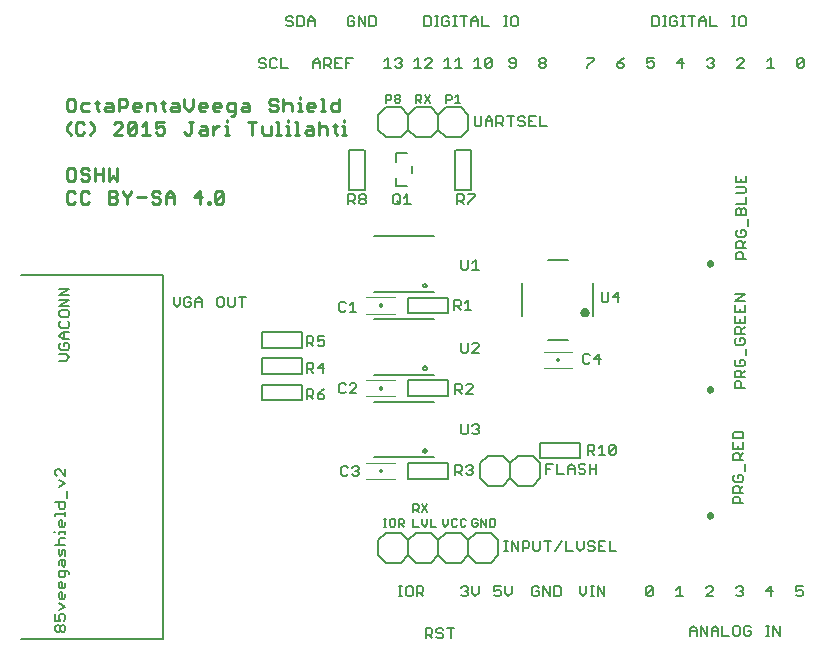
<source format=gto>
G75*
%MOIN*%
%OFA0B0*%
%FSLAX24Y24*%
%IPPOS*%
%LPD*%
%AMOC8*
5,1,8,0,0,1.08239X$1,22.5*
%
%ADD10C,0.0060*%
%ADD11C,0.0100*%
%ADD12C,0.0080*%
%ADD13C,0.0050*%
%ADD14C,0.0120*%
%ADD15C,0.0040*%
D10*
X005368Y000845D02*
X005313Y000901D01*
X005313Y001012D01*
X005368Y001068D01*
X005424Y001068D01*
X005480Y001012D01*
X005480Y000901D01*
X005424Y000845D01*
X005368Y000845D01*
X005480Y000901D02*
X005535Y000845D01*
X005591Y000845D01*
X005647Y000901D01*
X005647Y001012D01*
X005591Y001068D01*
X005535Y001068D01*
X005480Y001012D01*
X005480Y001207D02*
X005424Y001319D01*
X005424Y001374D01*
X005480Y001430D01*
X005591Y001430D01*
X005647Y001374D01*
X005647Y001263D01*
X005591Y001207D01*
X005480Y001207D02*
X005313Y001207D01*
X005313Y001430D01*
X005424Y001570D02*
X005647Y001681D01*
X005424Y001793D01*
X005480Y001933D02*
X005424Y001988D01*
X005424Y002099D01*
X005480Y002155D01*
X005535Y002155D01*
X005535Y001933D01*
X005480Y001933D02*
X005591Y001933D01*
X005647Y001988D01*
X005647Y002099D01*
X005591Y002295D02*
X005480Y002295D01*
X005424Y002351D01*
X005424Y002462D01*
X005480Y002518D01*
X005535Y002518D01*
X005535Y002295D01*
X005591Y002295D02*
X005647Y002351D01*
X005647Y002462D01*
X005591Y002658D02*
X005480Y002658D01*
X005424Y002713D01*
X005424Y002880D01*
X005702Y002880D01*
X005758Y002825D01*
X005758Y002769D01*
X005647Y002713D02*
X005647Y002880D01*
X005591Y003020D02*
X005535Y003076D01*
X005535Y003243D01*
X005480Y003243D02*
X005647Y003243D01*
X005647Y003076D01*
X005591Y003020D01*
X005424Y003076D02*
X005424Y003187D01*
X005480Y003243D01*
X005480Y003383D02*
X005424Y003438D01*
X005424Y003605D01*
X005535Y003550D02*
X005535Y003438D01*
X005480Y003383D01*
X005647Y003383D02*
X005647Y003550D01*
X005591Y003605D01*
X005535Y003550D01*
X005480Y003745D02*
X005424Y003801D01*
X005424Y003912D01*
X005480Y003968D01*
X005647Y003968D01*
X005647Y004108D02*
X005647Y004219D01*
X005647Y004163D02*
X005424Y004163D01*
X005424Y004108D01*
X005313Y004163D02*
X005257Y004163D01*
X005480Y004349D02*
X005424Y004405D01*
X005424Y004516D01*
X005480Y004572D01*
X005535Y004572D01*
X005535Y004349D01*
X005480Y004349D02*
X005591Y004349D01*
X005647Y004405D01*
X005647Y004516D01*
X005647Y004712D02*
X005647Y004823D01*
X005647Y004767D02*
X005313Y004767D01*
X005313Y004712D01*
X005480Y004953D02*
X005424Y005009D01*
X005424Y005176D01*
X005313Y005176D02*
X005647Y005176D01*
X005647Y005009D01*
X005591Y004953D01*
X005480Y004953D01*
X005702Y005316D02*
X005702Y005539D01*
X005647Y005790D02*
X005424Y005678D01*
X005424Y005901D02*
X005647Y005790D01*
X005647Y006041D02*
X005424Y006264D01*
X005368Y006264D01*
X005313Y006208D01*
X005313Y006097D01*
X005368Y006041D01*
X005647Y006041D02*
X005647Y006264D01*
X005647Y003745D02*
X005313Y003745D01*
X005647Y002713D02*
X005591Y002658D01*
X013692Y008595D02*
X013692Y008929D01*
X013859Y008929D01*
X013914Y008873D01*
X013914Y008762D01*
X013859Y008706D01*
X013692Y008706D01*
X013803Y008706D02*
X013914Y008595D01*
X014054Y008651D02*
X014110Y008595D01*
X014221Y008595D01*
X014277Y008651D01*
X014277Y008706D01*
X014221Y008762D01*
X014054Y008762D01*
X014054Y008651D01*
X014054Y008762D02*
X014165Y008873D01*
X014277Y008929D01*
X014761Y008850D02*
X014817Y008794D01*
X014928Y008794D01*
X014984Y008850D01*
X015124Y008794D02*
X015346Y009017D01*
X015346Y009072D01*
X015291Y009128D01*
X015179Y009128D01*
X015124Y009072D01*
X014984Y009072D02*
X014928Y009128D01*
X014817Y009128D01*
X014761Y009072D01*
X014761Y008850D01*
X015124Y008794D02*
X015346Y008794D01*
X015937Y008517D02*
X017946Y008517D01*
X018633Y008784D02*
X018633Y009118D01*
X018800Y009118D01*
X018855Y009062D01*
X018855Y008951D01*
X018800Y008895D01*
X018633Y008895D01*
X018744Y008895D02*
X018855Y008784D01*
X018995Y008784D02*
X019218Y009007D01*
X019218Y009062D01*
X019162Y009118D01*
X019051Y009118D01*
X018995Y009062D01*
X018995Y008784D02*
X019218Y008784D01*
X017946Y009413D02*
X015937Y009413D01*
X014277Y009644D02*
X014054Y009644D01*
X014221Y009811D01*
X014221Y009477D01*
X013914Y009477D02*
X013803Y009588D01*
X013859Y009588D02*
X013692Y009588D01*
X013692Y009477D02*
X013692Y009811D01*
X013859Y009811D01*
X013914Y009755D01*
X013914Y009644D01*
X013859Y009588D01*
X013914Y010359D02*
X013803Y010470D01*
X013859Y010470D02*
X013692Y010470D01*
X013692Y010359D02*
X013692Y010693D01*
X013859Y010693D01*
X013914Y010637D01*
X013914Y010526D01*
X013859Y010470D01*
X014054Y010414D02*
X014110Y010359D01*
X014221Y010359D01*
X014277Y010414D01*
X014277Y010526D01*
X014221Y010581D01*
X014165Y010581D01*
X014054Y010526D01*
X014054Y010693D01*
X014277Y010693D01*
X014817Y011510D02*
X014928Y011510D01*
X014984Y011566D01*
X015124Y011510D02*
X015346Y011510D01*
X015235Y011510D02*
X015235Y011844D01*
X015124Y011733D01*
X014984Y011789D02*
X014928Y011844D01*
X014817Y011844D01*
X014761Y011789D01*
X014761Y011566D01*
X014817Y011510D01*
X015937Y011272D02*
X017946Y011272D01*
X018593Y011579D02*
X018593Y011913D01*
X018760Y011913D01*
X018816Y011858D01*
X018816Y011746D01*
X018760Y011691D01*
X018593Y011691D01*
X018705Y011691D02*
X018816Y011579D01*
X018956Y011579D02*
X019178Y011579D01*
X019067Y011579D02*
X019067Y011913D01*
X018956Y011802D01*
X017946Y012169D02*
X015937Y012169D01*
X015937Y014028D02*
X017946Y014028D01*
X018841Y013238D02*
X018841Y012960D01*
X018897Y012904D01*
X019008Y012904D01*
X019064Y012960D01*
X019064Y013238D01*
X019204Y013127D02*
X019315Y013238D01*
X019315Y012904D01*
X019204Y012904D02*
X019426Y012904D01*
X019061Y015097D02*
X019061Y015153D01*
X019284Y015375D01*
X019284Y015431D01*
X019061Y015431D01*
X018921Y015375D02*
X018866Y015431D01*
X018699Y015431D01*
X018699Y015097D01*
X018699Y015208D02*
X018866Y015208D01*
X018921Y015264D01*
X018921Y015375D01*
X018810Y015208D02*
X018921Y015097D01*
X017158Y015097D02*
X016935Y015097D01*
X017047Y015097D02*
X017047Y015431D01*
X016935Y015320D01*
X016795Y015375D02*
X016795Y015153D01*
X016740Y015097D01*
X016628Y015097D01*
X016573Y015153D01*
X016573Y015375D01*
X016628Y015431D01*
X016740Y015431D01*
X016795Y015375D01*
X016684Y015208D02*
X016795Y015097D01*
X015662Y015153D02*
X015606Y015097D01*
X015495Y015097D01*
X015439Y015153D01*
X015439Y015208D01*
X015495Y015264D01*
X015606Y015264D01*
X015662Y015208D01*
X015662Y015153D01*
X015606Y015264D02*
X015662Y015320D01*
X015662Y015375D01*
X015606Y015431D01*
X015495Y015431D01*
X015439Y015375D01*
X015439Y015320D01*
X015495Y015264D01*
X015299Y015264D02*
X015244Y015208D01*
X015077Y015208D01*
X015188Y015208D02*
X015299Y015097D01*
X015299Y015264D02*
X015299Y015375D01*
X015244Y015431D01*
X015077Y015431D01*
X015077Y015097D01*
X016316Y017323D02*
X016816Y017323D01*
X017066Y017573D01*
X017316Y017323D01*
X017816Y017323D01*
X018066Y017573D01*
X018316Y017323D01*
X018816Y017323D01*
X019066Y017573D01*
X019066Y018073D01*
X018816Y018323D01*
X018316Y018323D01*
X018066Y018073D01*
X018066Y017573D01*
X018066Y018073D02*
X017816Y018323D01*
X017316Y018323D01*
X017066Y018073D01*
X017066Y017573D01*
X017066Y018073D02*
X016816Y018323D01*
X016316Y018323D01*
X016066Y018073D01*
X016066Y017573D01*
X016316Y017323D01*
X016337Y018483D02*
X016337Y018743D01*
X016467Y018743D01*
X016510Y018700D01*
X016510Y018613D01*
X016467Y018569D01*
X016337Y018569D01*
X016631Y018569D02*
X016675Y018613D01*
X016761Y018613D01*
X016805Y018569D01*
X016805Y018526D01*
X016761Y018483D01*
X016675Y018483D01*
X016631Y018526D01*
X016631Y018569D01*
X016675Y018613D02*
X016631Y018656D01*
X016631Y018700D01*
X016675Y018743D01*
X016761Y018743D01*
X016805Y018700D01*
X016805Y018656D01*
X016761Y018613D01*
X017321Y018569D02*
X017451Y018569D01*
X017494Y018613D01*
X017494Y018700D01*
X017451Y018743D01*
X017321Y018743D01*
X017321Y018483D01*
X017408Y018569D02*
X017494Y018483D01*
X017615Y018483D02*
X017789Y018743D01*
X017615Y018743D02*
X017789Y018483D01*
X018344Y018483D02*
X018344Y018743D01*
X018475Y018743D01*
X018518Y018700D01*
X018518Y018613D01*
X018475Y018569D01*
X018344Y018569D01*
X018639Y018483D02*
X018813Y018483D01*
X018726Y018483D02*
X018726Y018743D01*
X018639Y018656D01*
X019289Y018029D02*
X019289Y017751D01*
X019345Y017695D01*
X019456Y017695D01*
X019512Y017751D01*
X019512Y018029D01*
X019652Y017918D02*
X019763Y018029D01*
X019874Y017918D01*
X019874Y017695D01*
X020014Y017695D02*
X020014Y018029D01*
X020181Y018029D01*
X020237Y017974D01*
X020237Y017862D01*
X020181Y017807D01*
X020014Y017807D01*
X020126Y017807D02*
X020237Y017695D01*
X020488Y017695D02*
X020488Y018029D01*
X020377Y018029D02*
X020599Y018029D01*
X020739Y017974D02*
X020739Y017918D01*
X020795Y017862D01*
X020906Y017862D01*
X020962Y017807D01*
X020962Y017751D01*
X020906Y017695D01*
X020795Y017695D01*
X020739Y017751D01*
X020739Y017974D02*
X020795Y018029D01*
X020906Y018029D01*
X020962Y017974D01*
X021102Y018029D02*
X021102Y017695D01*
X021325Y017695D01*
X021464Y017695D02*
X021687Y017695D01*
X021464Y017695D02*
X021464Y018029D01*
X021325Y018029D02*
X021102Y018029D01*
X021102Y017862D02*
X021213Y017862D01*
X019874Y017862D02*
X019652Y017862D01*
X019652Y017918D02*
X019652Y017695D01*
X019699Y019636D02*
X019643Y019692D01*
X019866Y019915D01*
X019866Y019692D01*
X019810Y019636D01*
X019699Y019636D01*
X019643Y019692D02*
X019643Y019915D01*
X019699Y019970D01*
X019810Y019970D01*
X019866Y019915D01*
X019503Y019636D02*
X019280Y019636D01*
X019392Y019636D02*
X019392Y019970D01*
X019280Y019859D01*
X018866Y019636D02*
X018643Y019636D01*
X018754Y019636D02*
X018754Y019970D01*
X018643Y019859D01*
X018503Y019636D02*
X018280Y019636D01*
X018392Y019636D02*
X018392Y019970D01*
X018280Y019859D01*
X017866Y019859D02*
X017866Y019915D01*
X017810Y019970D01*
X017699Y019970D01*
X017643Y019915D01*
X017866Y019859D02*
X017643Y019636D01*
X017866Y019636D01*
X017503Y019636D02*
X017280Y019636D01*
X017392Y019636D02*
X017392Y019970D01*
X017280Y019859D01*
X016866Y019859D02*
X016810Y019803D01*
X016866Y019748D01*
X016866Y019692D01*
X016810Y019636D01*
X016699Y019636D01*
X016643Y019692D01*
X016503Y019636D02*
X016280Y019636D01*
X016392Y019636D02*
X016392Y019970D01*
X016280Y019859D01*
X016643Y019915D02*
X016699Y019970D01*
X016810Y019970D01*
X016866Y019915D01*
X016866Y019859D01*
X016810Y019803D02*
X016754Y019803D01*
X015216Y019964D02*
X014993Y019964D01*
X014993Y019630D01*
X014853Y019630D02*
X014630Y019630D01*
X014630Y019964D01*
X014853Y019964D01*
X014742Y019797D02*
X014630Y019797D01*
X014491Y019797D02*
X014435Y019741D01*
X014268Y019741D01*
X014268Y019630D02*
X014268Y019964D01*
X014435Y019964D01*
X014491Y019908D01*
X014491Y019797D01*
X014379Y019741D02*
X014491Y019630D01*
X014128Y019630D02*
X014128Y019853D01*
X014017Y019964D01*
X013905Y019853D01*
X013905Y019630D01*
X013905Y019797D02*
X014128Y019797D01*
X014993Y019797D02*
X015104Y019797D01*
X015111Y021030D02*
X015222Y021030D01*
X015278Y021086D01*
X015278Y021197D01*
X015167Y021197D01*
X015278Y021308D02*
X015222Y021364D01*
X015111Y021364D01*
X015055Y021308D01*
X015055Y021086D01*
X015111Y021030D01*
X015418Y021030D02*
X015418Y021364D01*
X015641Y021030D01*
X015641Y021364D01*
X015780Y021364D02*
X015947Y021364D01*
X016003Y021308D01*
X016003Y021086D01*
X015947Y021030D01*
X015780Y021030D01*
X015780Y021364D01*
X013953Y021253D02*
X013953Y021030D01*
X013953Y021197D02*
X013730Y021197D01*
X013730Y021253D02*
X013730Y021030D01*
X013591Y021086D02*
X013591Y021308D01*
X013535Y021364D01*
X013368Y021364D01*
X013368Y021030D01*
X013535Y021030D01*
X013591Y021086D01*
X013730Y021253D02*
X013842Y021364D01*
X013953Y021253D01*
X013228Y021308D02*
X013172Y021364D01*
X013061Y021364D01*
X013005Y021308D01*
X013005Y021253D01*
X013061Y021197D01*
X013172Y021197D01*
X013228Y021141D01*
X013228Y021086D01*
X013172Y021030D01*
X013061Y021030D01*
X013005Y021086D01*
X012830Y019964D02*
X012830Y019630D01*
X013053Y019630D01*
X012691Y019686D02*
X012635Y019630D01*
X012524Y019630D01*
X012468Y019686D01*
X012468Y019908D01*
X012524Y019964D01*
X012635Y019964D01*
X012691Y019908D01*
X012328Y019908D02*
X012272Y019964D01*
X012161Y019964D01*
X012105Y019908D01*
X012105Y019853D01*
X012161Y019797D01*
X012272Y019797D01*
X012328Y019741D01*
X012328Y019686D01*
X012272Y019630D01*
X012161Y019630D01*
X012105Y019686D01*
X017605Y021030D02*
X017772Y021030D01*
X017828Y021086D01*
X017828Y021308D01*
X017772Y021364D01*
X017605Y021364D01*
X017605Y021030D01*
X017968Y021030D02*
X018079Y021030D01*
X018024Y021030D02*
X018024Y021364D01*
X018079Y021364D02*
X017968Y021364D01*
X018210Y021308D02*
X018210Y021086D01*
X018265Y021030D01*
X018377Y021030D01*
X018432Y021086D01*
X018432Y021197D01*
X018321Y021197D01*
X018432Y021308D02*
X018377Y021364D01*
X018265Y021364D01*
X018210Y021308D01*
X018572Y021364D02*
X018683Y021364D01*
X018628Y021364D02*
X018628Y021030D01*
X018683Y021030D02*
X018572Y021030D01*
X018925Y021030D02*
X018925Y021364D01*
X018814Y021364D02*
X019036Y021364D01*
X019176Y021253D02*
X019288Y021364D01*
X019399Y021253D01*
X019399Y021030D01*
X019539Y021030D02*
X019761Y021030D01*
X019539Y021030D02*
X019539Y021364D01*
X019399Y021197D02*
X019176Y021197D01*
X019176Y021253D02*
X019176Y021030D01*
X020264Y021030D02*
X020375Y021030D01*
X020320Y021030D02*
X020320Y021364D01*
X020375Y021364D02*
X020264Y021364D01*
X020506Y021308D02*
X020506Y021086D01*
X020561Y021030D01*
X020673Y021030D01*
X020728Y021086D01*
X020728Y021308D01*
X020673Y021364D01*
X020561Y021364D01*
X020506Y021308D01*
X020499Y019970D02*
X020443Y019915D01*
X020443Y019859D01*
X020499Y019803D01*
X020666Y019803D01*
X020666Y019692D02*
X020666Y019915D01*
X020610Y019970D01*
X020499Y019970D01*
X020443Y019692D02*
X020499Y019636D01*
X020610Y019636D01*
X020666Y019692D01*
X021443Y019692D02*
X021443Y019748D01*
X021499Y019803D01*
X021610Y019803D01*
X021666Y019748D01*
X021666Y019692D01*
X021610Y019636D01*
X021499Y019636D01*
X021443Y019692D01*
X021499Y019803D02*
X021443Y019859D01*
X021443Y019915D01*
X021499Y019970D01*
X021610Y019970D01*
X021666Y019915D01*
X021666Y019859D01*
X021610Y019803D01*
X023043Y019692D02*
X023043Y019636D01*
X023043Y019692D02*
X023266Y019915D01*
X023266Y019970D01*
X023043Y019970D01*
X024043Y019803D02*
X024043Y019692D01*
X024099Y019636D01*
X024210Y019636D01*
X024266Y019692D01*
X024266Y019748D01*
X024210Y019803D01*
X024043Y019803D01*
X024154Y019915D01*
X024266Y019970D01*
X025043Y019970D02*
X025043Y019803D01*
X025154Y019859D01*
X025210Y019859D01*
X025266Y019803D01*
X025266Y019692D01*
X025210Y019636D01*
X025099Y019636D01*
X025043Y019692D01*
X025043Y019970D02*
X025266Y019970D01*
X026043Y019803D02*
X026266Y019803D01*
X026210Y019636D02*
X026210Y019970D01*
X026043Y019803D01*
X027043Y019692D02*
X027099Y019636D01*
X027210Y019636D01*
X027266Y019692D01*
X027266Y019748D01*
X027210Y019803D01*
X027154Y019803D01*
X027210Y019803D02*
X027266Y019859D01*
X027266Y019915D01*
X027210Y019970D01*
X027099Y019970D01*
X027043Y019915D01*
X028043Y019915D02*
X028099Y019970D01*
X028210Y019970D01*
X028266Y019915D01*
X028266Y019859D01*
X028043Y019636D01*
X028266Y019636D01*
X029043Y019636D02*
X029266Y019636D01*
X029154Y019636D02*
X029154Y019970D01*
X029043Y019859D01*
X030043Y019915D02*
X030043Y019692D01*
X030266Y019915D01*
X030266Y019692D01*
X030210Y019636D01*
X030099Y019636D01*
X030043Y019692D01*
X030043Y019915D02*
X030099Y019970D01*
X030210Y019970D01*
X030266Y019915D01*
X028328Y021086D02*
X028328Y021308D01*
X028273Y021364D01*
X028161Y021364D01*
X028106Y021308D01*
X028106Y021086D01*
X028161Y021030D01*
X028273Y021030D01*
X028328Y021086D01*
X027975Y021030D02*
X027864Y021030D01*
X027920Y021030D02*
X027920Y021364D01*
X027975Y021364D02*
X027864Y021364D01*
X027361Y021030D02*
X027139Y021030D01*
X027139Y021364D01*
X026999Y021253D02*
X026999Y021030D01*
X026999Y021197D02*
X026776Y021197D01*
X026776Y021253D02*
X026776Y021030D01*
X026525Y021030D02*
X026525Y021364D01*
X026414Y021364D02*
X026636Y021364D01*
X026776Y021253D02*
X026888Y021364D01*
X026999Y021253D01*
X026283Y021364D02*
X026172Y021364D01*
X026228Y021364D02*
X026228Y021030D01*
X026283Y021030D02*
X026172Y021030D01*
X026032Y021086D02*
X025977Y021030D01*
X025865Y021030D01*
X025810Y021086D01*
X025810Y021308D01*
X025865Y021364D01*
X025977Y021364D01*
X026032Y021308D01*
X026032Y021197D02*
X025921Y021197D01*
X026032Y021197D02*
X026032Y021086D01*
X025679Y021030D02*
X025568Y021030D01*
X025624Y021030D02*
X025624Y021364D01*
X025679Y021364D02*
X025568Y021364D01*
X025428Y021308D02*
X025428Y021086D01*
X025372Y021030D01*
X025205Y021030D01*
X025205Y021364D01*
X025372Y021364D01*
X025428Y021308D01*
X027992Y016048D02*
X027992Y015825D01*
X028326Y015825D01*
X028326Y016048D01*
X028159Y015936D02*
X028159Y015825D01*
X028270Y015685D02*
X027992Y015685D01*
X027992Y015463D02*
X028270Y015463D01*
X028326Y015518D01*
X028326Y015630D01*
X028270Y015685D01*
X028326Y015323D02*
X028326Y015100D01*
X027992Y015100D01*
X028048Y014960D02*
X028103Y014960D01*
X028159Y014905D01*
X028159Y014738D01*
X028159Y014905D02*
X028215Y014960D01*
X028270Y014960D01*
X028326Y014905D01*
X028326Y014738D01*
X027992Y014738D01*
X027992Y014905D01*
X028048Y014960D01*
X028382Y014598D02*
X028382Y014375D01*
X028270Y014235D02*
X028159Y014235D01*
X028159Y014124D01*
X028048Y014235D02*
X027992Y014180D01*
X027992Y014068D01*
X028048Y014013D01*
X028270Y014013D01*
X028326Y014068D01*
X028326Y014180D01*
X028270Y014235D01*
X028326Y013873D02*
X028215Y013761D01*
X028215Y013817D02*
X028215Y013650D01*
X028326Y013650D02*
X027992Y013650D01*
X027992Y013817D01*
X028048Y013873D01*
X028159Y013873D01*
X028215Y013817D01*
X028159Y013510D02*
X028048Y013510D01*
X027992Y013454D01*
X027992Y013287D01*
X028326Y013287D01*
X028215Y013287D02*
X028215Y013454D01*
X028159Y013510D01*
X028287Y012091D02*
X027953Y012091D01*
X027953Y011869D02*
X028287Y012091D01*
X028287Y011869D02*
X027953Y011869D01*
X027953Y011729D02*
X027953Y011506D01*
X028287Y011506D01*
X028287Y011729D01*
X028120Y011618D02*
X028120Y011506D01*
X028287Y011366D02*
X028287Y011144D01*
X027953Y011144D01*
X027953Y011366D01*
X028120Y011255D02*
X028120Y011144D01*
X028120Y011004D02*
X028175Y010948D01*
X028175Y010781D01*
X028175Y010892D02*
X028287Y011004D01*
X028120Y011004D02*
X028008Y011004D01*
X027953Y010948D01*
X027953Y010781D01*
X028287Y010781D01*
X028231Y010641D02*
X028120Y010641D01*
X028120Y010530D01*
X028231Y010641D02*
X028287Y010586D01*
X028287Y010474D01*
X028231Y010419D01*
X028008Y010419D01*
X027953Y010474D01*
X027953Y010586D01*
X028008Y010641D01*
X028342Y010279D02*
X028342Y010056D01*
X028231Y009916D02*
X028120Y009916D01*
X028120Y009805D01*
X028231Y009916D02*
X028287Y009861D01*
X028287Y009749D01*
X028231Y009694D01*
X028008Y009694D01*
X027953Y009749D01*
X027953Y009861D01*
X028008Y009916D01*
X028008Y009554D02*
X028120Y009554D01*
X028175Y009498D01*
X028175Y009331D01*
X028175Y009442D02*
X028287Y009554D01*
X028287Y009331D02*
X027953Y009331D01*
X027953Y009498D01*
X028008Y009554D01*
X028008Y009191D02*
X028120Y009191D01*
X028175Y009136D01*
X028175Y008969D01*
X028287Y008969D02*
X027953Y008969D01*
X027953Y009136D01*
X028008Y009191D01*
X027969Y007520D02*
X027913Y007464D01*
X027913Y007297D01*
X028247Y007297D01*
X028247Y007464D01*
X028192Y007520D01*
X027969Y007520D01*
X027913Y007157D02*
X027913Y006935D01*
X028247Y006935D01*
X028247Y007157D01*
X028080Y007046D02*
X028080Y006935D01*
X028080Y006795D02*
X028136Y006739D01*
X028136Y006572D01*
X028247Y006572D02*
X027913Y006572D01*
X027913Y006739D01*
X027969Y006795D01*
X028080Y006795D01*
X028136Y006684D02*
X028247Y006795D01*
X028303Y006432D02*
X028303Y006210D01*
X028192Y006070D02*
X028080Y006070D01*
X028080Y005958D01*
X027969Y005847D02*
X027913Y005903D01*
X027913Y006014D01*
X027969Y006070D01*
X028192Y006070D02*
X028247Y006014D01*
X028247Y005903D01*
X028192Y005847D01*
X027969Y005847D01*
X027969Y005707D02*
X028080Y005707D01*
X028136Y005652D01*
X028136Y005485D01*
X028136Y005596D02*
X028247Y005707D01*
X028247Y005485D02*
X027913Y005485D01*
X027913Y005652D01*
X027969Y005707D01*
X027969Y005345D02*
X028080Y005345D01*
X028136Y005289D01*
X028136Y005122D01*
X028247Y005122D02*
X027913Y005122D01*
X027913Y005289D01*
X027969Y005345D01*
X024003Y006806D02*
X023947Y006750D01*
X023836Y006750D01*
X023780Y006806D01*
X024003Y007028D01*
X024003Y006806D01*
X024003Y007028D02*
X023947Y007084D01*
X023836Y007084D01*
X023780Y007028D01*
X023780Y006806D01*
X023641Y006750D02*
X023418Y006750D01*
X023529Y006750D02*
X023529Y007084D01*
X023418Y006973D01*
X023278Y007028D02*
X023278Y006917D01*
X023222Y006861D01*
X023055Y006861D01*
X023055Y006750D02*
X023055Y007084D01*
X023222Y007084D01*
X023278Y007028D01*
X023167Y006861D02*
X023278Y006750D01*
X023342Y006443D02*
X023342Y006109D01*
X023342Y006276D02*
X023120Y006276D01*
X022980Y006221D02*
X022980Y006165D01*
X022924Y006109D01*
X022813Y006109D01*
X022757Y006165D01*
X022813Y006276D02*
X022924Y006276D01*
X022980Y006221D01*
X022980Y006388D02*
X022924Y006443D01*
X022813Y006443D01*
X022757Y006388D01*
X022757Y006332D01*
X022813Y006276D01*
X022617Y006276D02*
X022395Y006276D01*
X022395Y006332D02*
X022395Y006109D01*
X022255Y006109D02*
X022032Y006109D01*
X022032Y006443D01*
X021892Y006443D02*
X021670Y006443D01*
X021670Y006109D01*
X021670Y006276D02*
X021781Y006276D01*
X021480Y006459D02*
X021480Y005959D01*
X021230Y005709D01*
X020730Y005709D01*
X020480Y005959D01*
X020230Y005709D01*
X019730Y005709D01*
X019480Y005959D01*
X019480Y006459D01*
X019730Y006709D01*
X020230Y006709D01*
X020480Y006459D01*
X020730Y006709D01*
X021230Y006709D01*
X021480Y006459D01*
X022395Y006332D02*
X022506Y006443D01*
X022617Y006332D01*
X022617Y006109D01*
X023120Y006109D02*
X023120Y006443D01*
X020480Y006459D02*
X020480Y005959D01*
X019218Y006123D02*
X019162Y006067D01*
X019051Y006067D01*
X018995Y006123D01*
X018855Y006067D02*
X018744Y006179D01*
X018800Y006179D02*
X018633Y006179D01*
X018633Y006067D02*
X018633Y006401D01*
X018800Y006401D01*
X018855Y006346D01*
X018855Y006234D01*
X018800Y006179D01*
X018995Y006346D02*
X019051Y006401D01*
X019162Y006401D01*
X019218Y006346D01*
X019218Y006290D01*
X019162Y006234D01*
X019218Y006179D01*
X019218Y006123D01*
X019162Y006234D02*
X019106Y006234D01*
X017946Y006657D02*
X015937Y006657D01*
X015425Y006316D02*
X015425Y006261D01*
X015369Y006205D01*
X015425Y006149D01*
X015425Y006094D01*
X015369Y006038D01*
X015258Y006038D01*
X015202Y006094D01*
X015063Y006094D02*
X015007Y006038D01*
X014896Y006038D01*
X014840Y006094D01*
X014840Y006316D01*
X014896Y006372D01*
X015007Y006372D01*
X015063Y006316D01*
X015202Y006316D02*
X015258Y006372D01*
X015369Y006372D01*
X015425Y006316D01*
X015369Y006205D02*
X015314Y006205D01*
X017242Y005089D02*
X017242Y004829D01*
X017242Y004916D02*
X017372Y004916D01*
X017416Y004959D01*
X017416Y005046D01*
X017372Y005089D01*
X017242Y005089D01*
X017329Y004916D02*
X017416Y004829D01*
X017537Y004829D02*
X017710Y005089D01*
X017537Y005089D02*
X017710Y004829D01*
X017710Y004609D02*
X017710Y004436D01*
X017623Y004349D01*
X017537Y004436D01*
X017537Y004609D01*
X017416Y004349D02*
X017242Y004349D01*
X017242Y004609D01*
X016922Y004566D02*
X016922Y004479D01*
X016879Y004436D01*
X016749Y004436D01*
X016836Y004436D02*
X016922Y004349D01*
X016749Y004349D02*
X016749Y004609D01*
X016879Y004609D01*
X016922Y004566D01*
X016628Y004566D02*
X016628Y004392D01*
X016584Y004349D01*
X016498Y004349D01*
X016454Y004392D01*
X016454Y004566D01*
X016498Y004609D01*
X016584Y004609D01*
X016628Y004566D01*
X016345Y004609D02*
X016258Y004609D01*
X016301Y004609D02*
X016301Y004349D01*
X016258Y004349D02*
X016345Y004349D01*
X016328Y004150D02*
X016078Y003900D01*
X016078Y003400D01*
X016328Y003150D01*
X016828Y003150D01*
X017078Y003400D01*
X017328Y003150D01*
X017828Y003150D01*
X018078Y003400D01*
X018078Y003900D01*
X017828Y004150D01*
X017328Y004150D01*
X017078Y003900D01*
X017078Y003400D01*
X017078Y003900D02*
X016828Y004150D01*
X016328Y004150D01*
X017831Y004349D02*
X018005Y004349D01*
X017831Y004349D02*
X017831Y004609D01*
X018226Y004609D02*
X018226Y004436D01*
X018313Y004349D01*
X018400Y004436D01*
X018400Y004609D01*
X018521Y004566D02*
X018521Y004392D01*
X018564Y004349D01*
X018651Y004349D01*
X018694Y004392D01*
X018816Y004392D02*
X018816Y004566D01*
X018859Y004609D01*
X018946Y004609D01*
X018989Y004566D01*
X018989Y004392D02*
X018946Y004349D01*
X018859Y004349D01*
X018816Y004392D01*
X018694Y004566D02*
X018651Y004609D01*
X018564Y004609D01*
X018521Y004566D01*
X018328Y004150D02*
X018828Y004150D01*
X019078Y003900D01*
X019328Y004150D01*
X019828Y004150D01*
X020078Y003900D01*
X020078Y003400D01*
X019828Y003150D01*
X019328Y003150D01*
X019078Y003400D01*
X018828Y003150D01*
X018328Y003150D01*
X018078Y003400D01*
X018078Y003900D02*
X018328Y004150D01*
X019078Y003900D02*
X019078Y003400D01*
X020279Y003533D02*
X020390Y003533D01*
X020335Y003533D02*
X020335Y003867D01*
X020390Y003867D02*
X020279Y003867D01*
X020521Y003867D02*
X020521Y003533D01*
X020743Y003533D02*
X020521Y003867D01*
X020743Y003867D02*
X020743Y003533D01*
X020883Y003533D02*
X020883Y003867D01*
X021050Y003867D01*
X021106Y003812D01*
X021106Y003700D01*
X021050Y003645D01*
X020883Y003645D01*
X021246Y003589D02*
X021246Y003867D01*
X021468Y003867D02*
X021468Y003589D01*
X021413Y003533D01*
X021301Y003533D01*
X021246Y003589D01*
X021608Y003867D02*
X021831Y003867D01*
X021720Y003867D02*
X021720Y003533D01*
X021971Y003533D02*
X022193Y003867D01*
X022333Y003867D02*
X022333Y003533D01*
X022556Y003533D01*
X022696Y003645D02*
X022696Y003867D01*
X022696Y003645D02*
X022807Y003533D01*
X022918Y003645D01*
X022918Y003867D01*
X023058Y003812D02*
X023058Y003756D01*
X023114Y003700D01*
X023225Y003700D01*
X023281Y003645D01*
X023281Y003589D01*
X023225Y003533D01*
X023114Y003533D01*
X023058Y003589D01*
X023058Y003812D02*
X023114Y003867D01*
X023225Y003867D01*
X023281Y003812D01*
X023421Y003867D02*
X023421Y003533D01*
X023643Y003533D01*
X023783Y003533D02*
X024006Y003533D01*
X023783Y003533D02*
X023783Y003867D01*
X023643Y003867D02*
X023421Y003867D01*
X023421Y003700D02*
X023532Y003700D01*
X023614Y002364D02*
X023614Y002030D01*
X023392Y002364D01*
X023392Y002030D01*
X023261Y002030D02*
X023150Y002030D01*
X023206Y002030D02*
X023206Y002364D01*
X023261Y002364D02*
X023150Y002364D01*
X023010Y002364D02*
X023010Y002141D01*
X022899Y002030D01*
X022787Y002141D01*
X022787Y002364D01*
X022157Y002308D02*
X022157Y002086D01*
X022101Y002030D01*
X021934Y002030D01*
X021934Y002364D01*
X022101Y002364D01*
X022157Y002308D01*
X021795Y002364D02*
X021795Y002030D01*
X021572Y002364D01*
X021572Y002030D01*
X021432Y002086D02*
X021432Y002197D01*
X021321Y002197D01*
X021432Y002308D02*
X021376Y002364D01*
X021265Y002364D01*
X021209Y002308D01*
X021209Y002086D01*
X021265Y002030D01*
X021376Y002030D01*
X021432Y002086D01*
X020523Y002141D02*
X020523Y002364D01*
X020523Y002141D02*
X020411Y002030D01*
X020300Y002141D01*
X020300Y002364D01*
X020160Y002364D02*
X019937Y002364D01*
X019937Y002197D01*
X020049Y002253D01*
X020104Y002253D01*
X020160Y002197D01*
X020160Y002086D01*
X020104Y002030D01*
X019993Y002030D01*
X019937Y002086D01*
X019423Y002141D02*
X019423Y002364D01*
X019423Y002141D02*
X019311Y002030D01*
X019200Y002141D01*
X019200Y002364D01*
X019060Y002308D02*
X019060Y002253D01*
X019004Y002197D01*
X019060Y002141D01*
X019060Y002086D01*
X019004Y002030D01*
X018893Y002030D01*
X018837Y002086D01*
X018949Y002197D02*
X019004Y002197D01*
X019060Y002308D02*
X019004Y002364D01*
X018893Y002364D01*
X018837Y002308D01*
X017578Y002308D02*
X017578Y002197D01*
X017523Y002141D01*
X017356Y002141D01*
X017467Y002141D02*
X017578Y002030D01*
X017356Y002030D02*
X017356Y002364D01*
X017523Y002364D01*
X017578Y002308D01*
X017216Y002308D02*
X017216Y002086D01*
X017160Y002030D01*
X017049Y002030D01*
X016993Y002086D01*
X016993Y002308D01*
X017049Y002364D01*
X017160Y002364D01*
X017216Y002308D01*
X016863Y002364D02*
X016751Y002364D01*
X016807Y002364D02*
X016807Y002030D01*
X016751Y002030D02*
X016863Y002030D01*
X017651Y000964D02*
X017818Y000964D01*
X017874Y000908D01*
X017874Y000797D01*
X017818Y000741D01*
X017651Y000741D01*
X017651Y000630D02*
X017651Y000964D01*
X017763Y000741D02*
X017874Y000630D01*
X018014Y000686D02*
X018070Y000630D01*
X018181Y000630D01*
X018237Y000686D01*
X018237Y000741D01*
X018181Y000797D01*
X018070Y000797D01*
X018014Y000853D01*
X018014Y000908D01*
X018070Y000964D01*
X018181Y000964D01*
X018237Y000908D01*
X018376Y000964D02*
X018599Y000964D01*
X018488Y000964D02*
X018488Y000630D01*
X019254Y004349D02*
X019341Y004349D01*
X019384Y004392D01*
X019384Y004479D01*
X019297Y004479D01*
X019211Y004392D02*
X019254Y004349D01*
X019211Y004392D02*
X019211Y004566D01*
X019254Y004609D01*
X019341Y004609D01*
X019384Y004566D01*
X019505Y004609D02*
X019679Y004349D01*
X019679Y004609D01*
X019800Y004609D02*
X019800Y004349D01*
X019930Y004349D01*
X019973Y004392D01*
X019973Y004566D01*
X019930Y004609D01*
X019800Y004609D01*
X019505Y004609D02*
X019505Y004349D01*
X019371Y007432D02*
X019259Y007432D01*
X019204Y007487D01*
X019064Y007487D02*
X019064Y007766D01*
X019204Y007710D02*
X019259Y007766D01*
X019371Y007766D01*
X019426Y007710D01*
X019426Y007654D01*
X019371Y007599D01*
X019426Y007543D01*
X019426Y007487D01*
X019371Y007432D01*
X019371Y007599D02*
X019315Y007599D01*
X019064Y007487D02*
X019008Y007432D01*
X018897Y007432D01*
X018841Y007487D01*
X018841Y007766D01*
X018897Y010148D02*
X019008Y010148D01*
X019064Y010204D01*
X019064Y010482D01*
X019204Y010426D02*
X019259Y010482D01*
X019371Y010482D01*
X019426Y010426D01*
X019426Y010371D01*
X019204Y010148D01*
X019426Y010148D01*
X018897Y010148D02*
X018841Y010204D01*
X018841Y010482D01*
X022912Y010056D02*
X022912Y009834D01*
X022968Y009778D01*
X023079Y009778D01*
X023135Y009834D01*
X023274Y009945D02*
X023497Y009945D01*
X023441Y009778D02*
X023441Y010112D01*
X023274Y009945D01*
X023135Y010056D02*
X023079Y010112D01*
X022968Y010112D01*
X022912Y010056D01*
X023580Y011823D02*
X023692Y011823D01*
X023747Y011879D01*
X023747Y012157D01*
X023887Y011990D02*
X024110Y011990D01*
X024054Y011823D02*
X024054Y012157D01*
X023887Y011990D01*
X023580Y011823D02*
X023525Y011879D01*
X023525Y012157D01*
X011648Y012006D02*
X011425Y012006D01*
X011536Y012006D02*
X011536Y011672D01*
X011285Y011727D02*
X011285Y012006D01*
X011062Y012006D02*
X011062Y011727D01*
X011118Y011672D01*
X011229Y011672D01*
X011285Y011727D01*
X010923Y011727D02*
X010867Y011672D01*
X010756Y011672D01*
X010700Y011727D01*
X010700Y011950D01*
X010756Y012006D01*
X010867Y012006D01*
X010923Y011950D01*
X010923Y011727D01*
X010198Y011672D02*
X010198Y011894D01*
X010086Y012006D01*
X009975Y011894D01*
X009975Y011672D01*
X009835Y011727D02*
X009779Y011672D01*
X009668Y011672D01*
X009612Y011727D01*
X009612Y011950D01*
X009668Y012006D01*
X009779Y012006D01*
X009835Y011950D01*
X009835Y011839D02*
X009724Y011839D01*
X009835Y011839D02*
X009835Y011727D01*
X009975Y011839D02*
X010198Y011839D01*
X009473Y011783D02*
X009473Y012006D01*
X009473Y011783D02*
X009361Y011672D01*
X009250Y011783D01*
X009250Y012006D01*
X005770Y012058D02*
X005436Y012058D01*
X005770Y012280D01*
X005436Y012280D01*
X005436Y011918D02*
X005770Y011918D01*
X005436Y011695D01*
X005770Y011695D01*
X005715Y011555D02*
X005492Y011555D01*
X005436Y011500D01*
X005436Y011388D01*
X005492Y011333D01*
X005715Y011333D01*
X005770Y011388D01*
X005770Y011500D01*
X005715Y011555D01*
X005715Y011193D02*
X005770Y011137D01*
X005770Y011026D01*
X005715Y010970D01*
X005492Y010970D01*
X005436Y011026D01*
X005436Y011137D01*
X005492Y011193D01*
X005548Y010830D02*
X005436Y010719D01*
X005548Y010608D01*
X005770Y010608D01*
X005715Y010468D02*
X005603Y010468D01*
X005603Y010357D01*
X005492Y010468D02*
X005436Y010412D01*
X005436Y010301D01*
X005492Y010245D01*
X005715Y010245D01*
X005770Y010301D01*
X005770Y010412D01*
X005715Y010468D01*
X005603Y010608D02*
X005603Y010830D01*
X005548Y010830D02*
X005770Y010830D01*
X005659Y010105D02*
X005436Y010105D01*
X005436Y009883D02*
X005659Y009883D01*
X005770Y009994D01*
X005659Y010105D01*
X025005Y002308D02*
X025005Y002086D01*
X025228Y002308D01*
X025228Y002086D01*
X025172Y002030D01*
X025061Y002030D01*
X025005Y002086D01*
X025005Y002308D02*
X025061Y002364D01*
X025172Y002364D01*
X025228Y002308D01*
X026005Y002253D02*
X026117Y002364D01*
X026117Y002030D01*
X026228Y002030D02*
X026005Y002030D01*
X027005Y002030D02*
X027228Y002253D01*
X027228Y002308D01*
X027172Y002364D01*
X027061Y002364D01*
X027005Y002308D01*
X027005Y002030D02*
X027228Y002030D01*
X028005Y002086D02*
X028061Y002030D01*
X028172Y002030D01*
X028228Y002086D01*
X028228Y002141D01*
X028172Y002197D01*
X028117Y002197D01*
X028172Y002197D02*
X028228Y002253D01*
X028228Y002308D01*
X028172Y002364D01*
X028061Y002364D01*
X028005Y002308D01*
X029005Y002197D02*
X029228Y002197D01*
X029172Y002364D02*
X029005Y002197D01*
X029172Y002030D02*
X029172Y002364D01*
X030005Y002364D02*
X030005Y002197D01*
X030117Y002253D01*
X030172Y002253D01*
X030228Y002197D01*
X030228Y002086D01*
X030172Y002030D01*
X030061Y002030D01*
X030005Y002086D01*
X030005Y002364D02*
X030228Y002364D01*
X029461Y001046D02*
X029461Y000712D01*
X029239Y001046D01*
X029239Y000712D01*
X029108Y000712D02*
X028997Y000712D01*
X029053Y000712D02*
X029053Y001046D01*
X029108Y001046D02*
X028997Y001046D01*
X028495Y000990D02*
X028439Y001046D01*
X028328Y001046D01*
X028272Y000990D01*
X028272Y000768D01*
X028328Y000712D01*
X028439Y000712D01*
X028495Y000768D01*
X028495Y000879D01*
X028383Y000879D01*
X028132Y000768D02*
X028132Y000990D01*
X028076Y001046D01*
X027965Y001046D01*
X027909Y000990D01*
X027909Y000768D01*
X027965Y000712D01*
X028076Y000712D01*
X028132Y000768D01*
X027770Y000712D02*
X027547Y000712D01*
X027547Y001046D01*
X027407Y000935D02*
X027407Y000712D01*
X027407Y000879D02*
X027184Y000879D01*
X027184Y000935D02*
X027296Y001046D01*
X027407Y000935D01*
X027184Y000935D02*
X027184Y000712D01*
X027045Y000712D02*
X027045Y001046D01*
X026822Y001046D02*
X026822Y000712D01*
X026682Y000712D02*
X026682Y000935D01*
X026571Y001046D01*
X026459Y000935D01*
X026459Y000712D01*
X026459Y000879D02*
X026682Y000879D01*
X026822Y001046D02*
X027045Y000712D01*
D11*
X010910Y015186D02*
X010842Y015117D01*
X010704Y015117D01*
X010636Y015186D01*
X010910Y015460D01*
X010910Y015186D01*
X010910Y015460D02*
X010842Y015529D01*
X010704Y015529D01*
X010636Y015460D01*
X010636Y015186D01*
X010469Y015186D02*
X010469Y015117D01*
X010400Y015117D01*
X010400Y015186D01*
X010469Y015186D01*
X010203Y015323D02*
X009929Y015323D01*
X010135Y015529D01*
X010135Y015117D01*
X009261Y015117D02*
X009261Y015392D01*
X009124Y015529D01*
X008986Y015392D01*
X008986Y015117D01*
X008986Y015323D02*
X009261Y015323D01*
X008790Y015254D02*
X008790Y015186D01*
X008721Y015117D01*
X008584Y015117D01*
X008515Y015186D01*
X008584Y015323D02*
X008721Y015323D01*
X008790Y015254D01*
X008790Y015460D02*
X008721Y015529D01*
X008584Y015529D01*
X008515Y015460D01*
X008515Y015392D01*
X008584Y015323D01*
X008318Y015323D02*
X008044Y015323D01*
X007847Y015460D02*
X007847Y015529D01*
X007847Y015460D02*
X007710Y015323D01*
X007710Y015117D01*
X007710Y015323D02*
X007572Y015460D01*
X007572Y015529D01*
X007376Y015460D02*
X007376Y015392D01*
X007307Y015323D01*
X007101Y015323D01*
X007101Y015117D02*
X007307Y015117D01*
X007376Y015186D01*
X007376Y015254D01*
X007307Y015323D01*
X007376Y015460D02*
X007307Y015529D01*
X007101Y015529D01*
X007101Y015117D01*
X006433Y015186D02*
X006365Y015117D01*
X006227Y015117D01*
X006159Y015186D01*
X006159Y015460D01*
X006227Y015529D01*
X006365Y015529D01*
X006433Y015460D01*
X005962Y015460D02*
X005893Y015529D01*
X005756Y015529D01*
X005687Y015460D01*
X005687Y015186D01*
X005756Y015117D01*
X005893Y015117D01*
X005962Y015186D01*
X005893Y015885D02*
X005756Y015885D01*
X005687Y015953D01*
X005687Y016228D01*
X005756Y016297D01*
X005893Y016297D01*
X005962Y016228D01*
X005962Y015953D01*
X005893Y015885D01*
X006159Y015953D02*
X006227Y015885D01*
X006365Y015885D01*
X006433Y015953D01*
X006433Y016022D01*
X006365Y016091D01*
X006227Y016091D01*
X006159Y016159D01*
X006159Y016228D01*
X006227Y016297D01*
X006365Y016297D01*
X006433Y016228D01*
X006630Y016297D02*
X006630Y015885D01*
X006630Y016091D02*
X006905Y016091D01*
X006905Y016297D02*
X006905Y015885D01*
X007101Y015885D02*
X007238Y016022D01*
X007376Y015885D01*
X007376Y016297D01*
X007101Y016297D02*
X007101Y015885D01*
X007258Y017420D02*
X007533Y017695D01*
X007533Y017764D01*
X007464Y017832D01*
X007327Y017832D01*
X007258Y017764D01*
X007258Y017420D02*
X007533Y017420D01*
X007729Y017489D02*
X008004Y017764D01*
X008004Y017489D01*
X007935Y017420D01*
X007798Y017420D01*
X007729Y017489D01*
X007729Y017764D01*
X007798Y017832D01*
X007935Y017832D01*
X008004Y017764D01*
X008201Y017695D02*
X008338Y017832D01*
X008338Y017420D01*
X008201Y017420D02*
X008475Y017420D01*
X008672Y017489D02*
X008741Y017420D01*
X008878Y017420D01*
X008947Y017489D01*
X008947Y017626D01*
X008878Y017695D01*
X008809Y017695D01*
X008672Y017626D01*
X008672Y017832D01*
X008947Y017832D01*
X008966Y018188D02*
X008898Y018256D01*
X008898Y018531D01*
X008829Y018463D02*
X008966Y018463D01*
X009212Y018463D02*
X009349Y018463D01*
X009418Y018394D01*
X009418Y018188D01*
X009212Y018188D01*
X009143Y018256D01*
X009212Y018325D01*
X009418Y018325D01*
X009614Y018325D02*
X009752Y018188D01*
X009889Y018325D01*
X009889Y018600D01*
X009614Y018600D02*
X009614Y018325D01*
X010086Y018325D02*
X010361Y018325D01*
X010361Y018394D01*
X010292Y018463D01*
X010154Y018463D01*
X010086Y018394D01*
X010086Y018256D01*
X010154Y018188D01*
X010292Y018188D01*
X010557Y018256D02*
X010557Y018394D01*
X010626Y018463D01*
X010763Y018463D01*
X010832Y018394D01*
X010832Y018325D01*
X010557Y018325D01*
X010557Y018256D02*
X010626Y018188D01*
X010763Y018188D01*
X011028Y018256D02*
X011097Y018188D01*
X011303Y018188D01*
X011303Y018119D02*
X011303Y018463D01*
X011097Y018463D01*
X011028Y018394D01*
X011028Y018256D01*
X011166Y018050D02*
X011234Y018050D01*
X011303Y018119D01*
X011500Y018256D02*
X011568Y018325D01*
X011774Y018325D01*
X011774Y018394D02*
X011774Y018188D01*
X011568Y018188D01*
X011500Y018256D01*
X011568Y018463D02*
X011706Y018463D01*
X011774Y018394D01*
X011735Y017832D02*
X012010Y017832D01*
X011873Y017832D02*
X011873Y017420D01*
X012206Y017489D02*
X012206Y017695D01*
X012206Y017489D02*
X012275Y017420D01*
X012481Y017420D01*
X012481Y017695D01*
X012678Y017832D02*
X012746Y017832D01*
X012746Y017420D01*
X012678Y017420D02*
X012815Y017420D01*
X012992Y017420D02*
X013129Y017420D01*
X013061Y017420D02*
X013061Y017695D01*
X012992Y017695D01*
X013061Y017832D02*
X013061Y017901D01*
X013306Y017832D02*
X013375Y017832D01*
X013375Y017420D01*
X013443Y017420D02*
X013306Y017420D01*
X013620Y017489D02*
X013689Y017557D01*
X013895Y017557D01*
X013895Y017626D02*
X013895Y017420D01*
X013689Y017420D01*
X013620Y017489D01*
X013689Y017695D02*
X013826Y017695D01*
X013895Y017626D01*
X014092Y017626D02*
X014160Y017695D01*
X014298Y017695D01*
X014366Y017626D01*
X014366Y017420D01*
X014631Y017489D02*
X014631Y017764D01*
X014563Y017695D02*
X014700Y017695D01*
X014877Y017695D02*
X014946Y017695D01*
X014946Y017420D01*
X015014Y017420D02*
X014877Y017420D01*
X014700Y017420D02*
X014631Y017489D01*
X014946Y017832D02*
X014946Y017901D01*
X014759Y018188D02*
X014553Y018188D01*
X014484Y018256D01*
X014484Y018394D01*
X014553Y018463D01*
X014759Y018463D01*
X014759Y018600D02*
X014759Y018188D01*
X014307Y018188D02*
X014170Y018188D01*
X014239Y018188D02*
X014239Y018600D01*
X014170Y018600D01*
X013974Y018394D02*
X013905Y018463D01*
X013767Y018463D01*
X013699Y018394D01*
X013699Y018256D01*
X013767Y018188D01*
X013905Y018188D01*
X013974Y018325D02*
X013699Y018325D01*
X013522Y018188D02*
X013385Y018188D01*
X013453Y018188D02*
X013453Y018463D01*
X013385Y018463D01*
X013453Y018600D02*
X013453Y018669D01*
X013188Y018394D02*
X013119Y018463D01*
X012982Y018463D01*
X012913Y018394D01*
X012913Y018600D02*
X012913Y018188D01*
X012717Y018256D02*
X012648Y018188D01*
X012511Y018188D01*
X012442Y018256D01*
X012511Y018394D02*
X012648Y018394D01*
X012717Y018325D01*
X012717Y018256D01*
X012511Y018394D02*
X012442Y018463D01*
X012442Y018531D01*
X012511Y018600D01*
X012648Y018600D01*
X012717Y018531D01*
X013188Y018394D02*
X013188Y018188D01*
X013974Y018325D02*
X013974Y018394D01*
X014092Y017832D02*
X014092Y017420D01*
X011087Y017420D02*
X010950Y017420D01*
X011018Y017420D02*
X011018Y017695D01*
X010950Y017695D01*
X011018Y017832D02*
X011018Y017901D01*
X010763Y017695D02*
X010694Y017695D01*
X010557Y017557D01*
X010557Y017420D02*
X010557Y017695D01*
X010361Y017626D02*
X010361Y017420D01*
X010154Y017420D01*
X010086Y017489D01*
X010154Y017557D01*
X010361Y017557D01*
X010361Y017626D02*
X010292Y017695D01*
X010154Y017695D01*
X009889Y017832D02*
X009752Y017832D01*
X009821Y017832D02*
X009821Y017489D01*
X009752Y017420D01*
X009683Y017420D01*
X009614Y017489D01*
X008633Y018188D02*
X008633Y018394D01*
X008564Y018463D01*
X008358Y018463D01*
X008358Y018188D01*
X008161Y018325D02*
X007886Y018325D01*
X007886Y018256D02*
X007886Y018394D01*
X007955Y018463D01*
X008093Y018463D01*
X008161Y018394D01*
X008161Y018325D01*
X008093Y018188D02*
X007955Y018188D01*
X007886Y018256D01*
X007690Y018394D02*
X007690Y018531D01*
X007621Y018600D01*
X007415Y018600D01*
X007415Y018188D01*
X007415Y018325D02*
X007621Y018325D01*
X007690Y018394D01*
X007219Y018394D02*
X007219Y018188D01*
X007013Y018188D01*
X006944Y018256D01*
X007013Y018325D01*
X007219Y018325D01*
X007219Y018394D02*
X007150Y018463D01*
X007013Y018463D01*
X006767Y018463D02*
X006630Y018463D01*
X006698Y018531D02*
X006698Y018256D01*
X006767Y018188D01*
X006433Y018188D02*
X006227Y018188D01*
X006159Y018256D01*
X006159Y018394D01*
X006227Y018463D01*
X006433Y018463D01*
X005962Y018531D02*
X005962Y018256D01*
X005893Y018188D01*
X005756Y018188D01*
X005687Y018256D01*
X005687Y018531D01*
X005756Y018600D01*
X005893Y018600D01*
X005962Y018531D01*
X006070Y017832D02*
X006001Y017764D01*
X006001Y017489D01*
X006070Y017420D01*
X006208Y017420D01*
X006276Y017489D01*
X006473Y017420D02*
X006610Y017557D01*
X006610Y017695D01*
X006473Y017832D01*
X006276Y017764D02*
X006208Y017832D01*
X006070Y017832D01*
X005825Y017832D02*
X005687Y017695D01*
X005687Y017557D01*
X005825Y017420D01*
D12*
X004159Y000599D02*
X008895Y000599D01*
X008895Y012725D01*
X004159Y012725D01*
X017569Y012388D02*
X017571Y012403D01*
X017577Y012416D01*
X017586Y012428D01*
X017597Y012437D01*
X017611Y012443D01*
X017626Y012445D01*
X017641Y012443D01*
X017654Y012437D01*
X017666Y012428D01*
X017675Y012417D01*
X017681Y012403D01*
X017683Y012388D01*
X017681Y012373D01*
X017675Y012360D01*
X017666Y012348D01*
X017655Y012339D01*
X017641Y012333D01*
X017626Y012331D01*
X017611Y012333D01*
X017598Y012339D01*
X017586Y012348D01*
X017577Y012359D01*
X017571Y012373D01*
X017569Y012388D01*
X020871Y012483D02*
X020871Y011383D01*
X021731Y010583D02*
X022381Y010583D01*
X023242Y011383D02*
X023242Y012483D01*
X022381Y013244D02*
X021731Y013244D01*
X017569Y009633D02*
X017571Y009648D01*
X017577Y009661D01*
X017586Y009673D01*
X017597Y009682D01*
X017611Y009688D01*
X017626Y009690D01*
X017641Y009688D01*
X017654Y009682D01*
X017666Y009673D01*
X017675Y009662D01*
X017681Y009648D01*
X017683Y009633D01*
X017681Y009618D01*
X017675Y009605D01*
X017666Y009593D01*
X017655Y009584D01*
X017641Y009578D01*
X017626Y009576D01*
X017611Y009578D01*
X017598Y009584D01*
X017586Y009593D01*
X017577Y009604D01*
X017571Y009618D01*
X017569Y009633D01*
X017569Y006877D02*
X017571Y006892D01*
X017577Y006905D01*
X017586Y006917D01*
X017597Y006926D01*
X017611Y006932D01*
X017626Y006934D01*
X017641Y006932D01*
X017654Y006926D01*
X017666Y006917D01*
X017675Y006906D01*
X017681Y006892D01*
X017683Y006877D01*
X017681Y006862D01*
X017675Y006849D01*
X017666Y006837D01*
X017655Y006828D01*
X017641Y006822D01*
X017626Y006820D01*
X017611Y006822D01*
X017598Y006828D01*
X017586Y006837D01*
X017577Y006848D01*
X017571Y006862D01*
X017569Y006877D01*
D13*
X017055Y006469D02*
X018393Y006469D01*
X018393Y006457D02*
X018393Y005961D01*
X018393Y005949D02*
X017055Y005949D01*
X017055Y005961D02*
X017055Y006457D01*
X017055Y008705D02*
X018393Y008705D01*
X018393Y008717D02*
X018393Y009213D01*
X018393Y009224D02*
X017055Y009224D01*
X017055Y009213D02*
X017055Y008717D01*
X013531Y008567D02*
X013531Y009063D01*
X013531Y009075D02*
X012192Y009075D01*
X012192Y009063D02*
X012192Y008567D01*
X012192Y008555D02*
X013531Y008555D01*
X013531Y009437D02*
X012192Y009437D01*
X012192Y009449D02*
X012192Y009945D01*
X012192Y009957D02*
X013531Y009957D01*
X013531Y009945D02*
X013531Y009449D01*
X013531Y010319D02*
X012192Y010319D01*
X012192Y010331D02*
X012192Y010827D01*
X012192Y010839D02*
X013531Y010839D01*
X013531Y010827D02*
X013531Y010331D01*
X017055Y011461D02*
X018393Y011461D01*
X018393Y011472D02*
X018393Y011969D01*
X018393Y011980D02*
X017055Y011980D01*
X017055Y011969D02*
X017055Y011472D01*
X022924Y011485D02*
X022964Y011485D01*
X022925Y011485D02*
X022927Y011497D01*
X022932Y011508D01*
X022941Y011517D01*
X022952Y011522D01*
X022964Y011524D01*
X022976Y011522D01*
X022987Y011517D01*
X022996Y011508D01*
X023001Y011497D01*
X023003Y011485D01*
X023001Y011473D01*
X022996Y011462D01*
X022987Y011453D01*
X022976Y011448D01*
X022964Y011446D01*
X022952Y011448D01*
X022941Y011453D01*
X022932Y011462D01*
X022927Y011473D01*
X022925Y011485D01*
X022876Y011485D02*
X022878Y011503D01*
X022884Y011521D01*
X022893Y011537D01*
X022905Y011550D01*
X022920Y011561D01*
X022937Y011569D01*
X022955Y011573D01*
X022973Y011573D01*
X022991Y011569D01*
X023008Y011561D01*
X023023Y011550D01*
X023035Y011537D01*
X023044Y011521D01*
X023050Y011503D01*
X023052Y011485D01*
X023050Y011467D01*
X023044Y011449D01*
X023035Y011433D01*
X023023Y011420D01*
X023008Y011409D01*
X022991Y011401D01*
X022973Y011397D01*
X022955Y011397D01*
X022937Y011401D01*
X022920Y011409D01*
X022905Y011420D01*
X022893Y011433D01*
X022884Y011449D01*
X022878Y011467D01*
X022876Y011485D01*
X022846Y011485D02*
X022848Y011506D01*
X022854Y011526D01*
X022863Y011546D01*
X022875Y011563D01*
X022890Y011577D01*
X022908Y011589D01*
X022928Y011597D01*
X022948Y011602D01*
X022969Y011603D01*
X022990Y011600D01*
X023010Y011594D01*
X023029Y011583D01*
X023046Y011570D01*
X023059Y011554D01*
X023070Y011536D01*
X023078Y011516D01*
X023082Y011496D01*
X023082Y011474D01*
X023078Y011454D01*
X023070Y011434D01*
X023059Y011416D01*
X023046Y011400D01*
X023029Y011387D01*
X023010Y011376D01*
X022990Y011370D01*
X022969Y011367D01*
X022948Y011368D01*
X022928Y011373D01*
X022908Y011381D01*
X022890Y011393D01*
X022875Y011407D01*
X022863Y011424D01*
X022854Y011444D01*
X022848Y011464D01*
X022846Y011485D01*
X019165Y015579D02*
X019165Y016917D01*
X019153Y016917D02*
X018657Y016917D01*
X018645Y016917D02*
X018645Y015579D01*
X018657Y015579D02*
X019153Y015579D01*
X017196Y016138D02*
X017196Y016358D01*
X017016Y016808D02*
X016676Y016808D01*
X016676Y016518D01*
X016676Y015978D02*
X016676Y015688D01*
X017016Y015688D01*
X015621Y015579D02*
X015621Y016917D01*
X015610Y016917D02*
X015114Y016917D01*
X015102Y016917D02*
X015102Y015579D01*
X015114Y015579D02*
X015610Y015579D01*
X021466Y007150D02*
X022805Y007150D01*
X022805Y007138D02*
X022805Y006642D01*
X022805Y006630D02*
X021466Y006630D01*
X021466Y006642D02*
X021466Y007138D01*
D14*
X022055Y009890D02*
X022055Y009914D01*
X027089Y008909D02*
X027091Y008923D01*
X027097Y008937D01*
X027105Y008949D01*
X027117Y008957D01*
X027131Y008963D01*
X027145Y008965D01*
X027159Y008963D01*
X027173Y008957D01*
X027185Y008949D01*
X027193Y008937D01*
X027199Y008923D01*
X027201Y008909D01*
X027199Y008895D01*
X027193Y008881D01*
X027185Y008869D01*
X027173Y008861D01*
X027159Y008855D01*
X027145Y008853D01*
X027131Y008855D01*
X027117Y008861D01*
X027105Y008869D01*
X027097Y008881D01*
X027091Y008895D01*
X027089Y008909D01*
X027089Y013110D02*
X027091Y013124D01*
X027097Y013138D01*
X027105Y013150D01*
X027117Y013158D01*
X027131Y013164D01*
X027145Y013166D01*
X027159Y013164D01*
X027173Y013158D01*
X027185Y013150D01*
X027193Y013138D01*
X027199Y013124D01*
X027201Y013110D01*
X027199Y013096D01*
X027193Y013082D01*
X027185Y013070D01*
X027173Y013062D01*
X027159Y013056D01*
X027145Y013054D01*
X027131Y013056D01*
X027117Y013062D01*
X027105Y013070D01*
X027097Y013082D01*
X027091Y013096D01*
X027089Y013110D01*
X016149Y011732D02*
X016149Y011708D01*
X016149Y008977D02*
X016149Y008953D01*
X016149Y006221D02*
X016149Y006197D01*
X027089Y004709D02*
X027091Y004723D01*
X027097Y004737D01*
X027105Y004749D01*
X027117Y004757D01*
X027131Y004763D01*
X027145Y004765D01*
X027159Y004763D01*
X027173Y004757D01*
X027185Y004749D01*
X027193Y004737D01*
X027199Y004723D01*
X027201Y004709D01*
X027199Y004695D01*
X027193Y004681D01*
X027185Y004669D01*
X027173Y004661D01*
X027159Y004655D01*
X027145Y004653D01*
X027131Y004655D01*
X027117Y004661D01*
X027105Y004669D01*
X027097Y004681D01*
X027091Y004695D01*
X027089Y004709D01*
D15*
X022527Y009626D02*
X021582Y009626D01*
X021582Y010177D02*
X022527Y010177D01*
X016621Y009240D02*
X015677Y009240D01*
X015677Y008689D02*
X016621Y008689D01*
X016621Y006484D02*
X015677Y006484D01*
X015677Y005933D02*
X016621Y005933D01*
X016621Y011445D02*
X015677Y011445D01*
X015677Y011996D02*
X016621Y011996D01*
M02*

</source>
